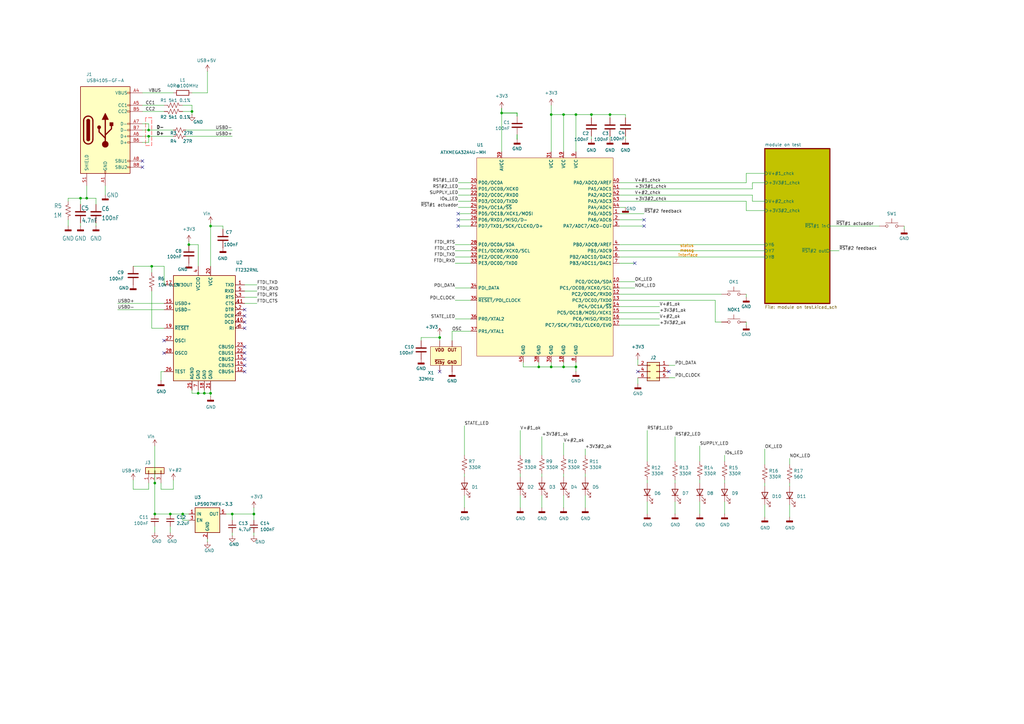
<source format=kicad_sch>
(kicad_sch (version 20250114) (generator "eeschema") (generator_version "9.0")
  (paper "A3")
  (text "status \nmessg \ninterface" (at 282.194 102.87 0) (effects (font (size 1.2 1.2) (thickness 0.1875))))
  (junction (at 205.74 46.355))
  (junction (at 78.74 45.72))
  (junction (at 81.28 161.29))
  (junction (at 33.02 81.28))
  (junction (at 231.14 46.99))
  (junction (at 86.36 92.71))
  (junction (at 231.14 150.495))
  (junction (at 63.5 198.12))
  (junction (at 226.06 150.495))
  (junction (at 226.06 46.99))
  (junction (at 180.34 138.43))
  (junction (at 83.82 161.29))
  (junction (at 62.23 109.22))
  (junction (at 60.96 53.34))
  (junction (at 220.98 150.495))
  (junction (at 236.22 46.99))
  (junction (at 86.36 161.29))
  (junction (at 250.19 46.99))
  (junction (at 74.93 210.82))
  (junction (at 242.57 46.99))
  (junction (at 77.47 100.33))
  (junction (at 95.25 210.82))
  (junction (at 60.96 55.88))
  (junction (at 104.14 210.82))
  (junction (at 63.5 210.82))
  (junction (at 35.56 81.28))
  (junction (at 236.22 150.495))
  (junction (at 69.85 210.82))
  (no_connect (at 100.33 152.4))
  (no_connect (at 100.33 142.24))
  (no_connect (at 100.33 129.54))
  (no_connect (at 180.34 152.4))
  (no_connect (at 100.33 134.62))
  (no_connect (at 264.16 90.17))
  (no_connect (at 187.96 87.63))
  (no_connect (at 67.31 144.78))
  (no_connect (at 100.33 149.86))
  (no_connect (at 264.16 92.71))
  (no_connect (at 58.42 66.04))
  (no_connect (at 100.33 147.32))
  (no_connect (at 274.32 152.4))
  (no_connect (at 261.62 152.4))
  (no_connect (at 67.31 139.7))
  (no_connect (at 187.96 90.17))
  (no_connect (at 100.33 127))
  (no_connect (at 58.42 68.58))
  (no_connect (at 100.33 144.78))
  (no_connect (at 187.96 92.71))
  (no_connect (at 100.33 132.08))
  (no_connect (at 260.35 107.95))
  (wire (pts (xy 71.12 200.66) (xy 66.04 200.66)))
  (wire (pts (xy 323.85 187.96) (xy 323.85 190.5)))
  (wire (pts (xy 69.85 218.44) (xy 69.85 215.9)))
  (wire (pts (xy 60.96 55.88) (xy 60.96 58.42)))
  (wire (pts (xy 60.96 200.66) (xy 60.96 198.12)))
  (wire (pts (xy 323.85 198.12) (xy 323.85 199.39)))
  (wire (pts (xy 78.74 45.72) (xy 78.74 46.99)))
  (wire (pts (xy 306.07 82.55) (xy 306.07 86.36)))
  (wire (pts (xy 261.62 154.94) (xy 261.62 157.48)))
  (wire (pts (xy 83.82 161.29) (xy 86.36 161.29)))
  (wire (pts (xy 214.63 150.495) (xy 220.98 150.495)))
  (wire (pts (xy 231.14 208.28) (xy 231.14 203.2)))
  (wire (pts (xy 81.28 161.29) (xy 83.82 161.29)))
  (wire (pts (xy 222.25 194.31) (xy 222.25 195.58)))
  (wire (pts (xy 250.19 46.99) (xy 242.57 46.99)))
  (wire (pts (xy 226.06 43.18) (xy 226.06 46.99)))
  (wire (pts (xy 63.5 218.44) (xy 63.5 215.9)))
  (wire (pts (xy 66.04 152.4) (xy 67.31 152.4)))
  (wire (pts (xy 58.42 38.1) (xy 71.12 38.1)))
  (wire (pts (xy 370.84 92.71) (xy 370.84 93.98)))
  (wire (pts (xy 226.06 46.99) (xy 226.06 62.23)))
  (wire (pts (xy 71.12 196.85) (xy 71.12 200.66)))
  (wire (pts (xy 340.36 102.87) (xy 344.17 102.87)))
  (wire (pts (xy 254 125.73) (xy 270.51 125.73)))
  (wire (pts (xy 187.96 77.47) (xy 193.04 77.47)))
  (wire (pts (xy 287.02 196.85) (xy 287.02 198.12)))
  (wire (pts (xy 91.44 92.71) (xy 91.44 93.98)))
  (wire (pts (xy 187.96 74.93) (xy 193.04 74.93)))
  (wire (pts (xy 306.07 71.12) (xy 313.69 71.12)))
  (wire (pts (xy 86.36 161.29) (xy 86.36 162.56)))
  (wire (pts (xy 92.71 210.82) (xy 95.25 210.82)))
  (wire (pts (xy 193.04 100.33) (xy 186.69 100.33)))
  (wire (pts (xy 254 82.55) (xy 306.07 82.55)))
  (wire (pts (xy 66.04 200.66) (xy 66.04 198.12)))
  (wire (pts (xy 276.86 210.82) (xy 276.86 205.74)))
  (wire (pts (xy 254 100.33) (xy 313.69 100.33)))
  (wire (pts (xy 81.28 100.33) (xy 81.28 109.22)))
  (wire (pts (xy 250.19 55.88) (xy 250.19 57.15)))
  (wire (pts (xy 287.02 210.82) (xy 287.02 205.74)))
  (wire (pts (xy 76.2 53.34) (xy 95.25 53.34)))
  (wire (pts (xy 76.2 55.88) (xy 95.25 55.88)))
  (wire (pts (xy 254 130.81) (xy 270.51 130.81)))
  (wire (pts (xy 78.74 38.1) (xy 85.09 38.1)))
  (wire (pts (xy 60.96 55.88) (xy 71.12 55.88)))
  (wire (pts (xy 86.36 92.71) (xy 91.44 92.71)))
  (wire (pts (xy 62.23 134.62) (xy 67.31 134.62)))
  (wire (pts (xy 293.37 132.08) (xy 293.37 123.19)))
  (wire (pts (xy 100.33 121.92) (xy 105.41 121.92)))
  (wire (pts (xy 240.03 194.31) (xy 240.03 195.58)))
  (wire (pts (xy 214.63 148.59) (xy 214.63 150.495)))
  (wire (pts (xy 69.85 210.82) (xy 74.93 210.82)))
  (wire (pts (xy 190.5 174.625) (xy 190.5 186.69)))
  (wire (pts (xy 54.61 196.85) (xy 54.61 200.66)))
  (wire (pts (xy 226.06 150.495) (xy 231.14 150.495)))
  (wire (pts (xy 193.04 102.87) (xy 186.69 102.87)))
  (wire (pts (xy 58.42 58.42) (xy 60.96 58.42)))
  (wire (pts (xy 95.25 219.71) (xy 95.25 218.44)))
  (wire (pts (xy 264.16 92.71) (xy 254 92.71)))
  (wire (pts (xy 33.02 81.28) (xy 33.02 83.82)) (stroke (width 0.1524)))
  (wire (pts (xy 231.14 148.59) (xy 231.14 150.495)))
  (wire (pts (xy 62.23 109.22) (xy 67.31 109.22)))
  (wire (pts (xy 54.61 109.22) (xy 62.23 109.22)))
  (wire (pts (xy 236.22 46.99) (xy 231.14 46.99)))
  (wire (pts (xy 242.57 55.88) (xy 242.57 57.15)))
  (wire (pts (xy 180.34 138.43) (xy 172.72 138.43)))
  (wire (pts (xy 213.36 208.28) (xy 213.36 203.2)))
  (wire (pts (xy 187.96 87.63) (xy 193.04 87.63)))
  (wire (pts (xy 256.54 46.99) (xy 250.19 46.99)))
  (wire (pts (xy 78.74 161.29) (xy 81.28 161.29)))
  (wire (pts (xy 193.04 135.89) (xy 185.42 135.89)))
  (wire (pts (xy 254 123.19) (xy 293.37 123.19)))
  (wire (pts (xy 190.5 208.28) (xy 190.5 203.2)))
  (wire (pts (xy 67.31 124.46) (xy 48.26 124.46)))
  (wire (pts (xy 58.42 45.72) (xy 67.31 45.72)))
  (wire (pts (xy 231.14 181.61) (xy 231.14 186.69)))
  (wire (pts (xy 58.42 53.34) (xy 60.96 53.34)))
  (wire (pts (xy 306.07 71.12) (xy 306.07 74.93)))
  (wire (pts (xy 33.02 81.28) (xy 35.56 81.28)) (stroke (width 0.1524)))
  (wire (pts (xy 297.18 186.69) (xy 297.18 189.23)))
  (wire (pts (xy 265.43 210.82) (xy 265.43 205.74)))
  (wire (pts (xy 58.42 50.8) (xy 60.96 50.8)))
  (wire (pts (xy 74.93 45.72) (xy 78.74 45.72)))
  (wire (pts (xy 83.82 160.02) (xy 83.82 161.29)))
  (wire (pts (xy 67.31 116.84) (xy 67.31 109.22)))
  (wire (pts (xy 60.96 53.34) (xy 71.12 53.34)))
  (wire (pts (xy 276.86 149.86) (xy 274.32 149.86)))
  (wire (pts (xy 95.25 213.36) (xy 95.25 210.82)))
  (wire (pts (xy 74.93 210.82) (xy 77.47 210.82)))
  (wire (pts (xy 276.86 154.94) (xy 274.32 154.94)))
  (wire (pts (xy 231.14 46.99) (xy 231.14 62.23)))
  (wire (pts (xy 240.03 184.15) (xy 240.03 186.69)))
  (wire (pts (xy 254 120.65) (xy 295.91 120.65)))
  (wire (pts (xy 85.09 29.21) (xy 85.09 38.1)))
  (wire (pts (xy 78.74 160.02) (xy 78.74 161.29)))
  (wire (pts (xy 180.34 137.16) (xy 180.34 138.43)))
  (wire (pts (xy 62.23 119.38) (xy 62.23 134.62)))
  (wire (pts (xy 220.98 150.495) (xy 226.06 150.495)))
  (wire (pts (xy 43.18 76.2) (xy 43.18 80.01)))
  (wire (pts (xy 265.43 176.53) (xy 265.43 189.23)))
  (wire (pts (xy 27.94 81.28) (xy 33.02 81.28)) (stroke (width 0.1524)))
  (wire (pts (xy 265.43 196.85) (xy 265.43 198.12)))
  (wire (pts (xy 264.16 87.63) (xy 254 87.63)))
  (wire (pts (xy 85.09 222.25) (xy 85.09 220.98)))
  (wire (pts (xy 256.54 85.09) (xy 254 85.09)))
  (wire (pts (xy 193.04 105.41) (xy 186.69 105.41)))
  (wire (pts (xy 264.16 90.17) (xy 254 90.17)))
  (wire (pts (xy 100.33 119.38) (xy 105.41 119.38)))
  (wire (pts (xy 308.61 82.55) (xy 308.61 80.01)))
  (wire (pts (xy 81.28 160.02) (xy 81.28 161.29)))
  (wire (pts (xy 260.35 118.11) (xy 254 118.11)))
  (wire (pts (xy 104.14 219.71) (xy 104.14 218.44)))
  (wire (pts (xy 213.36 194.31) (xy 213.36 195.58)))
  (wire (pts (xy 308.61 82.55) (xy 313.69 82.55)))
  (wire (pts (xy 74.93 213.36) (xy 74.93 210.82)))
  (wire (pts (xy 104.14 210.82) (xy 104.14 213.36)))
  (wire (pts (xy 220.98 148.59) (xy 220.98 150.495)))
  (wire (pts (xy 222.25 179.07) (xy 222.25 186.69)))
  (wire (pts (xy 340.36 92.71) (xy 360.68 92.71)))
  (wire (pts (xy 226.06 148.59) (xy 226.06 150.495)))
  (wire (pts (xy 33.02 92.71) (xy 33.02 91.44)) (stroke (width 0.1524)))
  (wire (pts (xy 254 77.47) (xy 308.61 77.47)))
  (wire (pts (xy 236.22 46.99) (xy 236.22 62.23)))
  (wire (pts (xy 254 74.93) (xy 306.07 74.93)))
  (wire (pts (xy 100.33 116.84) (xy 105.41 116.84)))
  (wire (pts (xy 78.74 43.18) (xy 78.74 45.72)))
  (wire (pts (xy 193.04 107.95) (xy 186.69 107.95)))
  (wire (pts (xy 86.36 91.44) (xy 86.36 92.71)))
  (wire (pts (xy 205.74 44.45) (xy 205.74 46.355)) (stroke (width 0.254)))
  (wire (pts (xy 313.69 198.12) (xy 313.69 199.39)))
  (wire (pts (xy 254 80.01) (xy 308.61 80.01)))
  (wire (pts (xy 295.91 132.08) (xy 293.37 132.08)))
  (wire (pts (xy 27.94 90.17) (xy 27.94 92.71)) (stroke (width 0.1524)))
  (wire (pts (xy 242.57 46.99) (xy 236.22 46.99)))
  (wire (pts (xy 213.36 176.53) (xy 213.36 186.69)))
  (wire (pts (xy 236.22 148.59) (xy 236.22 150.495)))
  (wire (pts (xy 104.14 208.28) (xy 104.14 210.82)))
  (wire (pts (xy 287.02 182.88) (xy 287.02 189.23)))
  (wire (pts (xy 63.5 198.12) (xy 63.5 210.82)))
  (wire (pts (xy 306.07 132.08) (xy 306.07 133.35)))
  (wire (pts (xy 63.5 182.88) (xy 63.5 198.12)))
  (wire (pts (xy 254 133.35) (xy 270.51 133.35)))
  (wire (pts (xy 261.62 147.32) (xy 261.62 149.86)))
  (wire (pts (xy 180.34 138.43) (xy 180.34 139.7)))
  (wire (pts (xy 254 105.41) (xy 313.69 105.41)))
  (wire (pts (xy 313.69 212.09) (xy 313.69 207.01)))
  (wire (pts (xy 77.47 99.06) (xy 77.47 100.33)))
  (wire (pts (xy 60.96 50.8) (xy 60.96 53.34)))
  (wire (pts (xy 54.61 200.66) (xy 60.96 200.66)))
  (wire (pts (xy 231.14 150.495) (xy 236.22 150.495)))
  (wire (pts (xy 185.42 135.89) (xy 185.42 139.7)))
  (wire (pts (xy 306.07 86.36) (xy 313.69 86.36)))
  (wire (pts (xy 205.74 46.355) (xy 205.74 62.23)))
  (wire (pts (xy 308.61 74.93) (xy 313.69 74.93)))
  (wire (pts (xy 58.42 55.88) (xy 60.96 55.88)))
  (wire (pts (xy 100.33 124.46) (xy 105.41 124.46)))
  (wire (pts (xy 254 128.27) (xy 270.51 128.27)))
  (wire (pts (xy 86.36 160.02) (xy 86.36 161.29)))
  (wire (pts (xy 187.96 85.09) (xy 193.04 85.09)))
  (wire (pts (xy 306.07 120.65) (xy 306.07 121.92)))
  (wire (pts (xy 77.47 213.36) (xy 74.93 213.36)))
  (wire (pts (xy 323.85 212.09) (xy 323.85 207.01)))
  (wire (pts (xy 250.19 46.99) (xy 250.19 48.26)))
  (wire (pts (xy 78.74 43.18) (xy 74.93 43.18)))
  (wire (pts (xy 66.04 156.21) (xy 66.04 152.4)))
  (wire (pts (xy 35.56 81.28) (xy 39.37 81.28)) (stroke (width 0.1524)))
  (wire (pts (xy 187.96 80.01) (xy 193.04 80.01)))
  (wire (pts (xy 276.86 196.85) (xy 276.86 198.12)))
  (wire (pts (xy 212.09 46.355) (xy 212.09 47.625)) (stroke (width 0.254)))
  (wire (pts (xy 212.09 55.245) (xy 212.09 57.15)) (stroke (width 0.254)))
  (wire (pts (xy 187.96 92.71) (xy 193.04 92.71)))
  (wire (pts (xy 39.37 91.44) (xy 39.37 92.71)))
  (wire (pts (xy 240.03 208.28) (xy 240.03 203.2)))
  (wire (pts (xy 193.04 118.11) (xy 186.69 118.11)))
  (wire (pts (xy 254 102.87) (xy 313.69 102.87)))
  (wire (pts (xy 236.22 150.495) (xy 236.22 152.4)))
  (wire (pts (xy 95.25 210.82) (xy 104.14 210.82)))
  (wire (pts (xy 62.23 109.22) (xy 62.23 111.76)))
  (wire (pts (xy 256.54 46.99) (xy 256.54 48.26)))
  (wire (pts (xy 172.72 138.43) (xy 172.72 139.7)))
  (wire (pts (xy 67.31 127) (xy 48.26 127)))
  (wire (pts (xy 187.96 82.55) (xy 193.04 82.55)))
  (wire (pts (xy 297.18 210.82) (xy 297.18 205.74)))
  (wire (pts (xy 39.37 81.28) (xy 39.37 83.82)) (stroke (width 0.1524)))
  (wire (pts (xy 313.69 184.15) (xy 313.69 190.5)))
  (wire (pts (xy 86.36 92.71) (xy 86.36 109.22)))
  (wire (pts (xy 58.42 43.18) (xy 67.31 43.18)))
  (wire (pts (xy 222.25 208.28) (xy 222.25 203.2)))
  (wire (pts (xy 212.09 46.355) (xy 205.74 46.355)) (stroke (width 0.254)))
  (wire (pts (xy 193.04 123.19) (xy 186.69 123.19)))
  (wire (pts (xy 35.56 76.2) (xy 35.56 81.28)))
  (wire (pts (xy 190.5 194.31) (xy 190.5 195.58)))
  (wire (pts (xy 231.14 194.31) (xy 231.14 195.58)))
  (wire (pts (xy 260.35 115.57) (xy 254 115.57)))
  (wire (pts (xy 231.14 46.99) (xy 226.06 46.99)))
  (wire (pts (xy 297.18 196.85) (xy 297.18 198.12)))
  (wire (pts (xy 77.47 100.33) (xy 81.28 100.33)))
  (wire (pts (xy 27.94 81.28) (xy 27.94 82.55)) (stroke (width 0.1524)))
  (wire (pts (xy 186.69 130.81) (xy 193.04 130.81)))
  (wire (pts (xy 260.35 107.95) (xy 254 107.95)))
  (wire (pts (xy 308.61 74.93) (xy 308.61 77.47)))
  (wire (pts (xy 242.57 46.99) (xy 242.57 48.26)))
  (wire (pts (xy 256.54 55.88) (xy 256.54 57.15)))
  (wire (pts (xy 276.86 179.07) (xy 276.86 189.23)))
  (wire (pts (xy 187.96 90.17) (xy 193.04 90.17)))
  (wire (pts (xy 63.5 210.82) (xy 69.85 210.82)))
  (label "PDI_DATA" (at 186.69 118.11 180))
  (label "~{RST}#2 feedback" (at 264.16 87.63 0))
  (label "+3V3#1_ok" (at 270.51 128.27 0))
  (label "CC2" (at 59.69 45.72 0))
  (label "D+" (at 67.31 55.88 180) (effects (font (thickness 0.254) (bold yes))))
  (label "D-" (at 67.31 53.34 180) (effects (font (thickness 0.254) (bold yes))))
  (label "FTDI_RXD" (at 186.69 107.95 180))
  (label "FTDI_TXD" (at 186.69 105.41 180))
  (label "RST#1_LED" (at 187.96 74.93 180))
  (label "USBD+" (at 95.25 55.88 180))
  (label "~{RST}#1 actuador" (at 342.9 92.71 0))
  (label "FTDI_CTS" (at 105.41 124.46 0))
  (label "PDI_DATA" (at 276.86 149.86 0))
  (label "V+#1_ok" (at 270.51 125.73 0))
  (label "+3V3#2_ok" (at 240.03 184.15 0))
  (label "RST#2_LED" (at 187.96 77.47 180))
  (label "IOs_LED" (at 297.18 186.69 0))
  (label "V+#2_ok" (at 270.51 130.81 0))
  (label "+3V3#2_chck" (at 260.35 82.55 0))
  (label "IOs_LED" (at 187.96 82.55 180))
  (label "V+#1_ok" (at 213.36 176.53 0))
  (label "FTDI_TXD" (at 105.41 116.84 0))
  (label "OK_LED" (at 260.35 115.57 0))
  (label "SUPPLY_LED" (at 287.02 182.88 0))
  (label "V+#2_ok" (at 231.14 181.61 0))
  (label "~{RST}#1 actuador" (at 187.96 85.09 180))
  (label "V+#1_chck" (at 260.35 74.93 0))
  (label "VBUS" (at 60.96 38.1 0))
  (label "RST#1_LED" (at 265.43 176.53 0))
  (label "+3V3#1_chck" (at 260.35 77.47 0))
  (label "+3V3#1_ok" (at 222.25 179.07 0))
  (label "FTDI_RTS" (at 186.69 100.33 180))
  (label "CC1" (at 59.69 43.18 0))
  (label "FTDI_RTS" (at 105.41 121.92 0))
  (label "OSC" (at 185.42 135.89 0))
  (label "FTDI_RXD" (at 105.41 119.38 0))
  (label "NOK_LED" (at 323.85 187.96 0))
  (label "PDI_CLOCK" (at 186.69 123.19 180))
  (label "USBD-" (at 95.25 53.34 180))
  (label "USBD-" (at 48.26 127 0))
  (label "USBD+" (at 48.26 124.46 0))
  (label "+3V3#2_ok" (at 270.51 133.35 0))
  (label "SUPPLY_LED" (at 187.96 80.01 180))
  (label "FTDI_CTS" (at 186.69 102.87 180))
  (label "~{RST}#2 feedback" (at 344.17 102.87 0))
  (label "STATE_LED" (at 190.5 174.625 0))
  (label "V+#2_chck" (at 260.35 80.01 0))
  (label "PDI_CLOCK" (at 276.86 154.94 0))
  (label "RST#2_LED" (at 276.86 179.07 0))
  (label "STATE_LED" (at 186.69 130.81 180))
  (label "NOK_LED" (at 260.35 118.11 0))
  (label "OK_LED" (at 313.69 184.15 0))
  (rule_area (polyline (pts (xy 59.69 48.26) (xy 59.69 59.69) (xy 62.23 59.69) (xy 62.23 48.26)) (stroke (width 0) (type dash))))
  (symbol (lib_id "Device:R_US") (at 297.18 193.04 180) (unit 1)
    (property "Reference" "R15" (at 298.831 191.8278 0) (effects (justify right)))
    (property "Value" "330R" (at 298.831 194.2521 0) (effects (justify right)))
    (property "Footprint" "Resistor_SMD:R_0402_1005Metric" (effects (hide yes)))
    (property "Description" "Resistor, small US symbol" (effects (hide yes)))
    (property "MPN" "CRCW0402330RFKEDHP" (effects (hide yes)))
    (property "OEPSPN" "OEPS020191" (effects (hide yes)))
  )
  (symbol (lib_id "Device:C") (at 77.47 104.14 0) (mirror y) (unit 1)
    (property "Reference" "C8" (at 74.549 102.9716 0) (effects (justify left)))
    (property "Value" "100nF" (at 74.549 105.283 0) (effects (justify left)))
    (property "Footprint" "Capacitor_SMD:C_0402_1005Metric" (effects (hide yes)))
    (property "Description" "SMD CER 0402 100nF 50V ±10% X7R" (effects (hide yes)))
    (property "MPN" "CGA2B3X7R1H104K050BB" (effects (hide yes)))
    (property "OEPSPN" "OEPS010016" (effects (hide yes)))
  )
  (symbol (lib_id "Switch:SW_Push") (at 300.99 120.65 0) (unit 1)
    (property "Reference" "OK1" (at 300.99 115.57 0))
    (property "Value" "SW_SPST" (effects (hide yes)))
    (property "Footprint" "Button_Switch_SMD:SW_SPST_TL3305B" (effects (hide yes)))
    (property "Description" "Push button switch" (effects (hide yes)))
    (property "MPN" "TL3305BF260QG" (effects (hide yes)))
    (property "OEPSPN" "OEPS100061" (effects (hide yes)))
  )
  (symbol (lib_id "power:+3V3") (at 205.74 44.45 0) (mirror y) (unit 1)
    (property "Reference" "#PWR03" (effects (hide yes)))
    (property "Value" "+3V3" (at 205.74 39.37 0))
    (property "Description" "Power symbol creates a global label with name \"+3V3\"" (effects (hide yes)))
  )
  (symbol (lib_id "Device:C_Small") (at 63.5 213.36 0) (unit 1)
    (property "Reference" "C11" (at 60.96 212.0962 0) (effects (justify right)))
    (property "Value" "100nF" (at 60.96 214.6362 0) (effects (justify right)))
    (property "Footprint" "Capacitor_SMD:C_0402_1005Metric" (effects (hide yes)))
    (property "Description" "SMD CER 0402 100nF 50V ±10% X7R" (effects (hide yes)))
    (property "MPN" "CGA2B3X7R1H104K050BB" (effects (hide yes)))
    (property "OEPSPN" "OEPS010016" (effects (hide yes)))
  )
  (symbol (lib_id "power:GNDD") (at 185.42 152.4 0) (mirror y) (unit 1)
    (property "Reference" "#PWR019" (effects (hide yes)))
    (property "Value" "GND" (at 185.42 156.21 0))
    (property "Description" "Power symbol creates a global label with name \"GNDD\" , digital ground" (effects (hide yes)))
  )
  (symbol (lib_id "power:GND") (at 69.85 218.44 0) (unit 1)
    (property "Reference" "#PWR040" (effects (hide yes)))
    (property "Value" "GND" (at 70.612 221.996 0))
    (property "Description" "Power symbol creates a global label with name \"GND\" , ground" (effects (hide yes)))
  )
  (symbol (lib_id "power:GNDD") (at 242.57 57.15 0) (mirror y) (unit 1)
    (property "Reference" "#PWR06" (effects (hide yes)))
    (property "Value" "GND" (at 242.57 61.595 0))
    (property "Description" "Power symbol creates a global label with name \"GNDD\" , digital ground" (effects (hide yes)))
  )
  (symbol (lib_id "power:GNDD") (at 297.18 210.82 0) (unit 1)
    (property "Reference" "#PWR036" (effects (hide yes)))
    (property "Value" "GND" (at 297.307 215.2142 0))
    (property "Description" "Power symbol creates a global label with name \"GNDD\" , digital ground" (effects (hide yes)))
  )
  (symbol (lib_id "power:GNDD") (at 370.84 93.98 0) (mirror y) (unit 1)
    (property "Reference" "#PWR011" (effects (hide yes)))
    (property "Value" "GND" (at 370.84 97.79 0))
    (property "Description" "Power symbol creates a global label with name \"GNDD\" , digital ground" (effects (hide yes)))
  )
  (symbol (lib_id "Device:C_Small") (at 69.85 213.36 0) (unit 1)
    (property "Reference" "C12" (at 72.39 212.0962 0) (effects (justify left)))
    (property "Value" "2.2uF" (at 72.39 214.6362 0) (effects (justify left)))
    (property "Footprint" "Capacitor_SMD:C_0603_1608Metric" (effects (hide yes)))
    (property "Description" "Unpolarized capacitor, small symbol" (effects (hide yes)))
    (property "MPN" "GRM188R61E225KA12D" (effects (hide yes)))
    (property "OEPSPN" "OEPS010075" (effects (hide yes)))
  )
  (symbol (lib_id "power:+3V3") (at 104.14 208.28 0) (unit 1)
    (property "Reference" "#PWR027" (effects (hide yes)))
    (property "Value" "+3V3" (at 105.156 203.708 0))
    (property "Description" "Power symbol creates a global label with name \"+3V3\"" (effects (hide yes)))
  )
  (symbol (lib_id "Device:LED") (at 222.25 199.39 90) (unit 1)
    (property "Reference" "D3" (at 225.171 199.7653 90) (effects (justify right)))
    (property "Value" "Green LED" (effects (hide yes)))
    (property "Footprint" "LED_SMD:LED_0603_1608Metric" (effects (hide yes)))
    (property "Description" "LED 0603 Green 571nm 20mA" (effects (hide yes)))
    (property "MPN" "LTST-C191KGKT" (effects (hide yes)))
    (property "OEPSPN" "OEPS030005 " (effects (hide yes)))
  )
  (symbol (lib_id "Device:C") (at 33.02 87.63 0) (mirror y) (unit 1)
    (property "Reference" "C5" (at 33.274 85.344 0) (effects (font (size 1.778 1.5113)) (justify right)))
    (property "Value" "4.7nF" (at 33.528 90.424 0) (effects (font (size 1.778 1.5113)) (justify right)))
    (property "Footprint" "Capacitor_SMD:C_0402_1005Metric" (effects (hide yes)))
    (property "Description" "Unpolarized capacitor, small symbol" (effects (hide yes)))
    (property "MPN" "885012205084" (effects (hide yes)))
    (property "OEPSPN" "OEPS010017" (effects (hide yes)))
  )
  (symbol (lib_id "power:GNDD") (at 27.94 92.71 0) (mirror y) (unit 1)
    (property "Reference" "#GND02" (effects (hide yes)))
    (property "Value" "GND" (at 27.94 97.79 0) (effects (font (size 1.778 1.5113))))
  )
  (symbol (lib_id "Device:C_Small") (at 104.14 215.9 0) (mirror y) (unit 1)
    (property "Reference" "C14" (at 106.68 214.6362 0) (effects (justify right)))
    (property "Value" "100nF" (at 106.68 217.1762 0) (effects (justify right)))
    (property "Footprint" "Capacitor_SMD:C_0402_1005Metric" (effects (hide yes)))
    (property "Description" "SMD CER 0402 100nF 50V ±10% X7R" (effects (hide yes)))
    (property "MPN" "CGA2B3X7R1H104K050BB" (effects (hide yes)))
    (property "OEPSPN" "OEPS010016" (effects (hide yes)))
  )
  (symbol (lib_id "PyBoardTester:ATXMEGA32A4U") (at 228.6 113.03 0) (mirror y) (unit 1)
    (property "Reference" "U1" (at 195.58 59.436 0) (effects (justify right)))
    (property "Value" "ATXMEGA32A4U-MH" (at 180.594 62.484 0) (effects (justify right)))
    (property "Footprint" "Package_DFN_QFN:QFN-44-1EP_7x7mm_P0.5mm_EP5.2x5.2mm" (effects (hide yes)))
    (property "Description" "MCU ATXMEGA A4U 8bits 32KB" (effects (hide yes)))
    (property "MPN" "ATXMEGA32A4U-MHR" (effects (hide yes)))
    (property "OEPSPN" "OEPS080116" (effects (hide yes)))
  )
  (symbol (lib_id "power:GNDD") (at 66.04 156.21 0) (unit 1)
    (property "Reference" "#PWR021" (effects (hide yes)))
    (property "Value" "GND" (at 66.167 160.6042 0))
    (property "Description" "Power symbol creates a global label with name \"GNDD\" , digital ground" (effects (hide yes)))
  )
  (symbol (lib_id "power:+5V") (at 63.5 182.88 0) (mirror y) (unit 1)
    (property "Reference" "#PWR024" (effects (hide yes)))
    (property "Value" "Vin" (at 61.976 179.07 0))
    (property "Description" "Power symbol creates a global label with name \"+5V\"" (effects (hide yes)))
  )
  (symbol (lib_id "Device:LED") (at 287.02 201.93 90) (unit 1)
    (property "Reference" "D8" (at 289.941 202.3053 90) (effects (justify right)))
    (property "Value" "Green LED" (effects (hide yes)))
    (property "Footprint" "LED_SMD:LED_0603_1608Metric" (effects (hide yes)))
    (property "Description" "LED 0603 Green 571nm 20mA" (effects (hide yes)))
    (property "MPN" "LTST-C191KGKT" (effects (hide yes)))
    (property "OEPSPN" "OEPS030005 " (effects (hide yes)))
  )
  (symbol (lib_id "PyBoardTester:OSCILLATOR") (at 182.88 144.78 0) (mirror y) (unit 1)
    (property "Reference" "X1" (at 178.054 152.908 0) (effects (justify left)))
    (property "Value" "32MHz" (at 178.054 155.448 0) (effects (justify left)))
    (property "Footprint" "PyBoardTester FootprintLib:OSC" (effects (hide yes)))
    (property "Description" "OSC 32MHz 10ppm" (effects (hide yes)))
    (property "MPN" "DSC1001CI5-032.0000" (effects (hide yes)))
    (property "OEPSPN" "OEPS080018" (effects (hide yes)))
  )
  (symbol (lib_id "Device:R_US") (at 276.86 193.04 180) (unit 1)
    (property "Reference" "R13" (at 278.511 191.8278 0) (effects (justify right)))
    (property "Value" "330R" (at 278.511 194.2521 0) (effects (justify right)))
    (property "Footprint" "Resistor_SMD:R_0402_1005Metric" (effects (hide yes)))
    (property "Description" "Resistor, small US symbol" (effects (hide yes)))
    (property "MPN" "CRCW0402330RFKEDHP" (effects (hide yes)))
    (property "OEPSPN" "OEPS020191" (effects (hide yes)))
  )
  (symbol (lib_id "Device:R_Small_US") (at 73.66 53.34 270) (unit 1)
    (property "Reference" "R3" (at 71.12 54.61 90))
    (property "Value" "27R" (at 77.216 54.61 90))
    (property "Footprint" "Resistor_SMD:R_0402_1005Metric" (effects (hide yes)))
    (property "Description" "Resistor, small US symbol" (effects (hide yes)))
    (property "MPN" "RMCF0402FT27R0" (effects (hide yes)))
    (property "OEPSPN" "OEPS020170" (effects (hide yes)))
  )
  (symbol (lib_id "power:GNDD") (at 306.07 133.35 0) (mirror y) (unit 1)
    (property "Reference" "#PWR087" (effects (hide yes)))
    (property "Value" "GND" (at 306.07 137.16 0))
    (property "Description" "Power symbol creates a global label with name \"GNDD\" , digital ground" (effects (hide yes)))
  )
  (symbol (lib_id "Device:C_Small") (at 95.25 215.9 0) (unit 1)
    (property "Reference" "C13" (at 97.79 214.6362 0) (effects (justify left)))
    (property "Value" "4.7uF" (at 97.79 217.1762 0) (effects (justify left)))
    (property "Footprint" "Capacitor_SMD:C_0603_1608Metric" (effects (hide yes)))
    (property "Description" "Unpolarized capacitor, small symbol" (effects (hide yes)))
    (property "MPN" "C1608X6S1C475K080AC" (effects (hide yes)))
    (property "OEPSPN" "OEPS010018" (effects (hide yes)))
  )
  (symbol (lib_id "Device:R_US") (at 287.02 193.04 180) (unit 1)
    (property "Reference" "R14" (at 288.671 191.8278 0) (effects (justify right)))
    (property "Value" "330R" (at 288.671 194.2521 0) (effects (justify right)))
    (property "Footprint" "Resistor_SMD:R_0402_1005Metric" (effects (hide yes)))
    (property "Description" "Resistor, small US symbol" (effects (hide yes)))
    (property "MPN" "CRCW0402330RFKEDHP" (effects (hide yes)))
    (property "OEPSPN" "OEPS020191" (effects (hide yes)))
  )
  (symbol (lib_id "Switch:SW_Push") (at 365.76 92.71 0) (unit 1)
    (property "Reference" "SW1" (at 365.76 87.63 0))
    (property "Value" "SW_SPST" (effects (hide yes)))
    (property "Footprint" "Button_Switch_SMD:SW_SPST_TL3305B" (effects (hide yes)))
    (property "Description" "Push button switch" (effects (hide yes)))
    (property "MPN" "TL3305BF260QG" (effects (hide yes)))
    (property "OEPSPN" "OEPS100061" (effects (hide yes)))
  )
  (symbol (lib_id "power:GND") (at 78.74 46.99 0) (mirror y) (unit 1)
    (property "Reference" "#PWR04" (effects (hide yes)))
    (property "Value" "GND" (at 81.28 50.038 0))
    (property "Description" "Power symbol creates a global label with name \"GND\" , ground" (effects (hide yes)))
  )
  (symbol (lib_id "Device:LED") (at 213.36 199.39 90) (unit 1)
    (property "Reference" "D2" (at 216.281 199.7653 90) (effects (justify right)))
    (property "Value" "Green LED" (effects (hide yes)))
    (property "Footprint" "LED_SMD:LED_0603_1608Metric" (effects (hide yes)))
    (property "Description" "LED 0603 Green 571nm 20mA" (effects (hide yes)))
    (property "MPN" "LTST-C191KGKT" (effects (hide yes)))
    (property "OEPSPN" "OEPS030005 " (effects (hide yes)))
  )
  (symbol (lib_id "power:GNDD") (at 91.44 101.6 0) (mirror y) (unit 1)
    (property "Reference" "#PWR013" (effects (hide yes)))
    (property "Value" "GND" (at 91.313 105.9942 0))
    (property "Description" "Power symbol creates a global label with name \"GNDD\" , digital ground" (effects (hide yes)))
  )
  (symbol (lib_id "power:+5V") (at 86.36 91.44 0) (mirror y) (unit 1)
    (property "Reference" "#PWR010" (effects (hide yes)))
    (property "Value" "Vin" (at 84.836 87.63 0))
    (property "Description" "Power symbol creates a global label with name \"+5V\"" (effects (hide yes)))
  )
  (symbol (lib_id "power:+5V") (at 71.12 196.85 0) (mirror y) (unit 1)
    (property "Reference" "#PWR026" (effects (hide yes)))
    (property "Value" "V+#2" (at 71.882 192.786 0))
    (property "Description" "Power symbol creates a global label with name \"+5V\"" (effects (hide yes)))
  )
  (symbol (lib_id "power:+3V3") (at 226.06 43.18 0) (mirror y) (unit 1)
    (property "Reference" "#PWR02" (effects (hide yes)))
    (property "Value" "+3V3" (at 226.06 38.1 0))
    (property "Description" "Power symbol creates a global label with name \"+3V3\"" (effects (hide yes)))
  )
  (symbol (lib_id "Device:C") (at 172.72 143.51 0) (mirror y) (unit 1)
    (property "Reference" "C10" (at 169.799 142.2978 0) (effects (justify left)))
    (property "Value" "100nF" (at 169.799 144.7221 0) (effects (justify left)))
    (property "Footprint" "Capacitor_SMD:C_0402_1005Metric" (effects (hide yes)))
    (property "Description" "SMD CER 0402 100nF 50V ±10% X7R" (effects (hide yes)))
    (property "MPN" "CGA2B3X7R1H104K050BB" (effects (hide yes)))
    (property "OEPSPN" "OEPS010016" (effects (hide yes)))
  )
  (symbol (lib_id "Device:LED") (at 265.43 201.93 90) (unit 1)
    (property "Reference" "D6" (at 268.351 202.3053 90) (effects (justify right)))
    (property "Value" "Green LED" (effects (hide yes)))
    (property "Footprint" "LED_SMD:LED_0603_1608Metric" (effects (hide yes)))
    (property "Description" "LED 0603 Green 571nm 20mA" (effects (hide yes)))
    (property "MPN" "LTST-C191KGKT" (effects (hide yes)))
    (property "OEPSPN" "OEPS030005 " (effects (hide yes)))
  )
  (symbol (lib_id "Device:C") (at 212.09 51.435 0) (mirror y) (unit 1)
    (property "Reference" "C1" (at 209.169 50.2228 0) (effects (justify left)))
    (property "Value" "100nF" (at 209.169 52.6471 0) (effects (justify left)))
    (property "Footprint" "Capacitor_SMD:C_0402_1005Metric" (effects (hide yes)))
    (property "Description" "SMD CER 0402 100nF 50V ±10% X7R" (effects (hide yes)))
    (property "MPN" "CGA2B3X7R1H104K050BB" (effects (hide yes)))
    (property "OEPSPN" "OEPS010016" (effects (hide yes)))
  )
  (symbol (lib_id "Device:C") (at 91.44 97.79 0) (mirror y) (unit 1)
    (property "Reference" "C7" (at 95.25 95.25 0) (effects (justify left)))
    (property "Value" "100nF" (at 97.79 100.33 0) (effects (justify left)))
    (property "Footprint" "Capacitor_SMD:C_0402_1005Metric" (effects (hide yes)))
    (property "Description" "SMD CER 0402 100nF 50V ±10% X7R" (effects (hide yes)))
    (property "MPN" "CGA2B3X7R1H104K050BB" (effects (hide yes)))
    (property "OEPSPN" "OEPS010016" (effects (hide yes)))
  )
  (symbol (lib_id "power:GNDD") (at 39.37 92.71 0) (mirror y) (unit 1)
    (property "Reference" "#GND04" (effects (hide yes)))
    (property "Value" "GND" (at 39.37 97.79 0) (effects (font (size 1.778 1.5113))))
  )
  (symbol (lib_id "power:GNDD") (at 276.86 210.82 0) (unit 1)
    (property "Reference" "#PWR034" (effects (hide yes)))
    (property "Value" "GND" (at 276.987 215.2142 0))
    (property "Description" "Power symbol creates a global label with name \"GNDD\" , digital ground" (effects (hide yes)))
  )
  (symbol (lib_id "Device:R_US") (at 231.14 190.5 180) (unit 1)
    (property "Reference" "R10" (at 232.791 189.2878 0) (effects (justify right)))
    (property "Value" "330R" (at 232.791 191.7121 0) (effects (justify right)))
    (property "Footprint" "Resistor_SMD:R_0402_1005Metric" (effects (hide yes)))
    (property "Description" "Resistor, small US symbol" (effects (hide yes)))
    (property "MPN" "CRCW0402330RFKEDHP" (effects (hide yes)))
    (property "OEPSPN" "OEPS020191" (effects (hide yes)))
  )
  (symbol (lib_id "Device:LED") (at 190.5 199.39 90) (unit 1)
    (property "Reference" "D1" (at 193.421 199.7653 90) (effects (justify right)))
    (property "Value" "Green LED" (effects (hide yes)))
    (property "Footprint" "LED_SMD:LED_0603_1608Metric" (effects (hide yes)))
    (property "Description" "LED 0603 Green 571nm 20mA" (effects (hide yes)))
    (property "MPN" "LTST-C191KGKT" (effects (hide yes)))
    (property "OEPSPN" "OEPS030005 " (effects (hide yes)))
  )
  (symbol (lib_id "power:GND") (at 95.25 219.71 0) (unit 1)
    (property "Reference" "#PWR041" (effects (hide yes)))
    (property "Value" "GND" (at 96.012 223.266 0))
    (property "Description" "Power symbol creates a global label with name \"GND\" , ground" (effects (hide yes)))
  )
  (symbol (lib_id "power:+3V3") (at 180.34 137.16 0) (mirror y) (unit 1)
    (property "Reference" "#PWR016" (effects (hide yes)))
    (property "Value" "+3V3" (at 177.038 134.112 0))
    (property "Description" "Power symbol creates a global label with name \"+3V3\"" (effects (hide yes)))
  )
  (symbol (lib_id "power:GNDD") (at 250.19 57.15 0) (mirror y) (unit 1)
    (property "Reference" "#PWR07" (effects (hide yes)))
    (property "Value" "GND" (at 250.19 61.595 0))
    (property "Description" "Power symbol creates a global label with name \"GNDD\" , digital ground" (effects (hide yes)))
  )
  (symbol (lib_id "power:GNDD") (at 231.14 208.28 0) (unit 1)
    (property "Reference" "#PWR031" (effects (hide yes)))
    (property "Value" "GND" (at 231.267 212.6742 0))
    (property "Description" "Power symbol creates a global label with name \"GNDD\" , digital ground" (effects (hide yes)))
  )
  (symbol (lib_id "power:+5V") (at 85.09 29.21 0) (mirror y) (unit 1)
    (property "Reference" "#PWR01" (effects (hide yes)))
    (property "Value" "USB+5V" (at 84.709 24.8158 0))
    (property "Description" "Power symbol creates a global label with name \"+5V\"" (effects (hide yes)))
  )
  (symbol (lib_id "power:GNDD") (at 256.54 85.09 0) (mirror y) (unit 1)
    (property "Reference" "#PWR09" (effects (hide yes)))
    (property "Value" "GND" (at 258.826 85.598 0))
    (property "Description" "Power symbol creates a global label with name \"GNDD\" , digital ground" (effects (hide yes)))
  )
  (symbol (lib_id "Device:C") (at 256.54 52.07 0) (unit 1)
    (property "Reference" "C4" (at 256.286 54.4717 0) (effects (justify right)))
    (property "Value" "100nF" (at 256.286 56.896 0) (effects (justify right)))
    (property "Footprint" "Capacitor_SMD:C_0402_1005Metric" (effects (hide yes)))
    (property "Description" "SMD CER 0402 100nF 50V ±10% X7R" (effects (hide yes)))
    (property "MPN" "CGA2B3X7R1H104K050BB" (effects (hide yes)))
    (property "OEPSPN" "OEPS010016" (effects (hide yes)))
  )
  (symbol (lib_id "power:GNDD") (at 287.02 210.82 0) (unit 1)
    (property "Reference" "#PWR035" (effects (hide yes)))
    (property "Value" "GND" (at 287.147 215.2142 0))
    (property "Description" "Power symbol creates a global label with name \"GNDD\" , digital ground" (effects (hide yes)))
  )
  (symbol (lib_id "power:GNDD") (at 240.03 208.28 0) (unit 1)
    (property "Reference" "#PWR032" (effects (hide yes)))
    (property "Value" "GND" (at 240.157 212.6742 0))
    (property "Description" "Power symbol creates a global label with name \"GNDD\" , digital ground" (effects (hide yes)))
  )
  (symbol (lib_id "power:GNDD") (at 236.22 152.4 0) (mirror y) (unit 1)
    (property "Reference" "#PWR020" (effects (hide yes)))
    (property "Value" "GND" (at 236.22 156.21 0))
    (property "Description" "Power symbol creates a global label with name \"GNDD\" , digital ground" (effects (hide yes)))
  )
  (symbol (lib_id "power:+3V3") (at 77.47 99.06 0) (unit 1)
    (property "Reference" "#PWR012" (effects (hide yes)))
    (property "Value" "+3V3" (at 77.47 93.98 0))
    (property "Description" "Power symbol creates a global label with name \"+3V3\"" (effects (hide yes)))
  )
  (symbol (lib_id "power:+3V3") (at 261.62 147.32 0) (unit 1)
    (property "Reference" "#PWR018" (effects (hide yes)))
    (property "Value" "+3V3" (at 261.62 142.24 0))
    (property "Description" "Power symbol creates a global label with name \"+3V3\"" (effects (hide yes)))
  )
  (symbol (lib_id "power:GNDD") (at 261.62 157.48 0) (unit 1)
    (property "Reference" "#PWR022" (effects (hide yes)))
    (property "Value" "GND" (at 261.62 161.417 0))
    (property "Description" "Power symbol creates a global label with name \"GNDD\" , digital ground" (effects (hide yes)))
  )
  (symbol (lib_id "Device:R_US") (at 190.5 190.5 180) (unit 1)
    (property "Reference" "R7" (at 192.151 189.2878 0) (effects (justify right)))
    (property "Value" "330R" (at 192.151 191.7121 0) (effects (justify right)))
    (property "Footprint" "Resistor_SMD:R_0402_1005Metric" (effects (hide yes)))
    (property "Description" "Resistor, small US symbol" (effects (hide yes)))
    (property "MPN" "CRCW0402330RFKEDHP" (effects (hide yes)))
    (property "OEPSPN" "OEPS020191" (effects (hide yes)))
  )
  (symbol (lib_id "Connector_Generic:Conn_01x03") (at 63.5 193.04 90) (unit 1) (in_bom no)
    (property "Reference" "J3" (at 59.436 189.738 90) (effects (justify right)))
    (property "Value" "3pin_hd" (effects (hide yes)))
    (property "Footprint" "Jumper:SolderJumper-3_P1.3mm_Bridged12_RoundedPad1.0x1.5mm" (effects (hide yes)))
    (property "Description" "Generic connector, single row, 01x03, script generated (kicad-library-utils/schlib/autogen/connector/)" (effects (hide yes)))
    (property "MPN" "n.a." (effects (hide yes)))
    (property "OEPSPN" "OEPS000000" (effects (hide yes)))
  )
  (symbol (lib_id "Device:R_US") (at 27.94 86.36 0) (mirror x) (unit 1)
    (property "Reference" "R5" (at 25.4 84.455 0) (effects (font (size 1.778 1.5113)) (justify right)))
    (property "Value" "1M" (at 25.4 88.265 0) (effects (font (size 1.778 1.5113)) (justify right)))
    (property "Footprint" "Resistor_SMD:R_0402_1005Metric" (effects (hide yes)))
    (property "Description" "SMD 0402 1MΩ ±1% 0.063W" (effects (hide yes)))
    (property "MPN" "CRCW04021M00FKED" (effects (hide yes)))
    (property "OEPSPN" "OEPS020026" (effects (hide yes)))
  )
  (symbol (lib_id "Device:R_US") (at 62.23 115.57 0) (unit 1)
    (property "Reference" "R6" (at 64.77 114.2999 0) (effects (justify left)))
    (property "Value" "10k 0.1%" (at 64.77 116.8399 0) (effects (justify left)))
    (property "Footprint" "Resistor_SMD:R_0402_1005Metric" (effects (hide yes)))
    (property "Description" "SMD 0402 10kΩ ±0.1% 0.063W" (effects (hide yes)))
    (property "MPN" "CPF0402B10KE1" (effects (hide yes)))
    (property "OEPSPN" "OEPS020043" (effects (hide yes)))
  )
  (symbol (lib_id "power:GNDD") (at 265.43 210.82 0) (unit 1)
    (property "Reference" "#PWR033" (effects (hide yes)))
    (property "Value" "GND" (at 265.557 215.2142 0))
    (property "Description" "Power symbol creates a global label with name \"GNDD\" , digital ground" (effects (hide yes)))
  )
  (symbol (lib_id "power:GNDD") (at 222.25 208.28 0) (unit 1)
    (property "Reference" "#PWR030" (effects (hide yes)))
    (property "Value" "GND" (at 222.377 212.6742 0))
    (property "Description" "Power symbol creates a global label with name \"GNDD\" , digital ground" (effects (hide yes)))
  )
  (symbol (lib_id "Device:R_Small_US") (at 73.66 55.88 270) (unit 1)
    (property "Reference" "R4" (at 71.12 57.912 90))
    (property "Value" "27R" (at 76.962 57.912 90))
    (property "Footprint" "Resistor_SMD:R_0402_1005Metric" (effects (hide yes)))
    (property "Description" "Resistor, small US symbol" (effects (hide yes)))
    (property "MPN" "RMCF0402FT27R0" (effects (hide yes)))
    (property "OEPSPN" "OEPS020170" (effects (hide yes)))
  )
  (symbol (lib_id "power:GND") (at 104.14 219.71 0) (mirror y) (unit 1)
    (property "Reference" "#PWR042" (effects (hide yes)))
    (property "Value" "GND" (at 106.68 222.25 0))
    (property "Description" "Power symbol creates a global label with name \"GND\" , ground" (effects (hide yes)))
  )
  (symbol (lib_id "Device:R_US") (at 213.36 190.5 180) (unit 1)
    (property "Reference" "R8" (at 215.011 189.2878 0) (effects (justify right)))
    (property "Value" "330R" (at 215.011 191.7121 0) (effects (justify right)))
    (property "Footprint" "Resistor_SMD:R_0402_1005Metric" (effects (hide yes)))
    (property "Description" "Resistor, small US symbol" (effects (hide yes)))
    (property "MPN" "CRCW0402330RFKEDHP" (effects (hide yes)))
    (property "OEPSPN" "OEPS020191" (effects (hide yes)))
  )
  (symbol (lib_id "Device:R_US") (at 313.69 194.31 180) (unit 1)
    (property "Reference" "R16" (at 315.341 193.0978 0) (effects (justify right)))
    (property "Value" "330R" (at 315.341 195.5221 0) (effects (justify right)))
    (property "Footprint" "Resistor_SMD:R_0402_1005Metric" (effects (hide yes)))
    (property "Description" "Resistor, small US symbol" (effects (hide yes)))
    (property "MPN" "CRCW0402330RFKEDHP" (effects (hide yes)))
    (property "OEPSPN" "OEPS020191" (effects (hide yes)))
  )
  (symbol (lib_id "Device:LED") (at 323.85 203.2 90) (unit 1)
    (property "Reference" "D11" (at 326.771 203.5753 90) (effects (justify right)))
    (property "Value" "Red LED" (effects (hide yes)))
    (property "Footprint" "LED_SMD:LED_0603_1608Metric" (effects (hide yes)))
    (property "Description" "LED 0603 Red 633nm 20mA" (effects (hide yes)))
    (property "MPN" "5990010007F" (effects (hide yes)))
    (property "OEPSPN" "OEPS030044" (effects (hide yes)))
  )
  (symbol (lib_id "power:GNDD") (at 77.47 107.95 0) (mirror y) (unit 1)
    (property "Reference" "#PWR014" (effects (hide yes)))
    (property "Value" "GND" (at 74.93 110.49 0))
    (property "Description" "Power symbol creates a global label with name \"GNDD\" , digital ground" (effects (hide yes)))
  )
  (symbol (lib_id "power:GNDD") (at 190.5 208.28 0) (unit 1)
    (property "Reference" "#PWR028" (effects (hide yes)))
    (property "Value" "GND" (at 190.627 212.6742 0))
    (property "Description" "Power symbol creates a global label with name \"GNDD\" , digital ground" (effects (hide yes)))
  )
  (symbol (lib_id "power:GNDD") (at 306.07 121.92 0) (mirror y) (unit 1)
    (property "Reference" "#PWR086" (effects (hide yes)))
    (property "Value" "GND" (at 306.07 125.73 0))
    (property "Description" "Power symbol creates a global label with name \"GNDD\" , digital ground" (effects (hide yes)))
  )
  (symbol (lib_id "Device:R") (at 74.93 38.1 90) (mirror x) (unit 1)
    (property "Reference" "L1" (at 74.93 32.8422 90))
    (property "Value" "40R@100MHz" (at 74.93 35.1536 90))
    (property "Footprint" "Resistor_SMD:R_0805_2012Metric" (effects (hide yes)))
    (property "Description" "FERRITE BEAD SMD 40Ω 2A 50mΩ" (effects (hide yes)))
    (property "MPN" "MI0805K400R-10" (effects (hide yes)))
    (property "OEPSPN" "OEPS040003" (effects (hide yes)))
  )
  (symbol (lib_id "power:GNDD") (at 313.69 212.09 0) (unit 1)
    (property "Reference" "#PWR037" (effects (hide yes)))
    (property "Value" "GND" (at 313.817 216.4842 0))
    (property "Description" "Power symbol creates a global label with name \"GNDD\" , digital ground" (effects (hide yes)))
  )
  (symbol (lib_id "Connector:USB_C_Receptacle_USB2.0_16P") (at 43.18 53.34 0) (unit 1)
    (property "Reference" "J1" (at 36.576 30.48 0))
    (property "Value" "USB4105-GF-A" (at 43.18 33.02 0))
    (property "Footprint" "PyBoardTester FootprintLib:USB_C_Receptacle_GCT_USB4105-xx-A_16P_TopMnt_Horizontal" (effects (hide yes)))
    (property "Datasheet" "https://www.usb.org/sites/default/files/documents/usb_type-c.zip" (effects (hide yes)))
    (property "Description" "USB 2.0-only 16P Type-C Receptacle connector" (effects (hide yes)))
    (property "MPN" "USB4105-GF-A" (effects (hide yes)))
    (property "OEPSPN" "OEPS070105" (effects (hide yes)))
  )
  (symbol (lib_id "power:GNDD") (at 54.61 116.84 0) (unit 1)
    (property "Reference" "#PWR015" (effects (hide yes)))
    (property "Value" "GND" (at 50.8 118.11 0))
    (property "Description" "Power symbol creates a global label with name \"GNDD\" , digital ground" (effects (hide yes)))
  )
  (symbol (lib_id "Device:C") (at 54.61 113.03 180) (unit 1)
    (property "Reference" "C9" (at 50.8 111.7599 0) (effects (justify left)))
    (property "Value" "100nF" (at 50.8 114.2999 0) (effects (justify left)))
    (property "Footprint" "Capacitor_SMD:C_0402_1005Metric" (effects (hide yes)))
    (property "Description" "SMD CER 0402 100nF 50V ±10% X7R" (effects (hide yes)))
    (property "MPN" "CGA2B3X7R1H104K050BB" (effects (hide yes)))
    (property "OEPSPN" "OEPS010016" (effects (hide yes)))
  )
  (symbol (lib_id "PyBoardTester:FT232RL") (at 83.82 134.62 0) (unit 1)
    (property "Reference" "U2" (at 99.568 107.696 0) (effects (justify right)))
    (property "Value" "FT232RNL" (at 96.52 110.744 0) (effects (justify left)))
    (property "Footprint" "Package_SO:SSOP-28_5.3x10.2mm_P0.65mm" (effects (hide yes)))
    (property "Description" "USB Interface IC USB to Serial UART" (effects (hide yes)))
    (property "MPN" "FT232RNL-REEL" (effects (hide yes)))
    (property "OEPSPN" "OEPS080093" (effects (hide yes)))
  )
  (symbol (lib_id "power:GNDD") (at 43.18 80.01 0) (mirror y) (unit 1)
    (property "Reference" "#GND01" (effects (hide yes)))
    (property "Value" "GND" (at 46.228 80.01 0) (effects (font (size 1.778 1.5113))))
  )
  (symbol (lib_id "Device:R_US") (at 71.12 43.18 90) (mirror x) (unit 1)
    (property "Reference" "R1" (at 67.056 41.148 90))
    (property "Value" "5k1 0.1%" (at 73.66 41.148 90))
    (property "Footprint" "Resistor_SMD:R_0402_1005Metric" (effects (hide yes)))
    (property "Description" "SMD 0402 5.1kΩ ±0.1% 0.063W" (effects (hide yes)))
    (property "MPN" "RT0402BRD075K1L" (effects (hide yes)))
    (property "OEPSPN" "OEPS020203" (effects (hide yes)))
  )
  (symbol (lib_id "power:GNDD") (at 212.09 57.15 0) (mirror y) (unit 1)
    (property "Reference" "#PWR05" (effects (hide yes)))
    (property "Value" "GND" (at 212.09 60.96 0))
    (property "Description" "Power symbol creates a global label with name \"GNDD\" , digital ground" (effects (hide yes)))
  )
  (symbol (lib_id "power:+5V") (at 54.61 196.85 0) (unit 1)
    (property "Reference" "#PWR025" (effects (hide yes)))
    (property "Value" "USB+5V" (at 53.848 193.04 0))
    (property "Description" "Power symbol creates a global label with name \"+5V\"" (effects (hide yes)))
  )
  (symbol (lib_id "Device:C") (at 242.57 52.07 0) (mirror y) (unit 1)
    (property "Reference" "C2" (at 241.554 54.7257 0) (effects (justify left)))
    (property "Value" "100nF" (at 241.554 57.15 0) (effects (justify left)))
    (property "Footprint" "Capacitor_SMD:C_0402_1005Metric" (effects (hide yes)))
    (property "Description" "SMD CER 0402 100nF 50V ±10% X7R" (effects (hide yes)))
    (property "MPN" "CGA2B3X7R1H104K050BB" (effects (hide yes)))
    (property "OEPSPN" "OEPS010016" (effects (hide yes)))
  )
  (symbol (lib_id "power:GNDD") (at 172.72 147.32 0) (mirror y) (unit 1)
    (property "Reference" "#PWR017" (effects (hide yes)))
    (property "Value" "GND" (at 172.72 151.13 0))
    (property "Description" "Power symbol creates a global label with name \"GNDD\" , digital ground" (effects (hide yes)))
  )
  (symbol (lib_id "power:GNDD") (at 33.02 92.71 0) (mirror y) (unit 1)
    (property "Reference" "#GND03" (effects (hide yes)))
    (property "Value" "GND" (at 33.02 97.79 0) (effects (font (size 1.778 1.5113))))
  )
  (symbol (lib_id "power:GNDD") (at 86.36 162.56 0) (unit 1)
    (property "Reference" "#PWR023" (effects (hide yes)))
    (property "Value" "GND" (at 86.487 166.9542 0))
    (property "Description" "Power symbol creates a global label with name \"GNDD\" , digital ground" (effects (hide yes)))
  )
  (symbol (lib_id "Regulator_Linear:LP5907MFX-3.3") (at 85.09 213.36 0) (unit 1)
    (property "Reference" "U3" (at 81.026 203.962 0))
    (property "Value" "LP5907MFX-3.3" (at 87.63 206.756 0))
    (property "Footprint" "Package_TO_SOT_SMD:SOT-23-5" (effects (hide yes)))
    (property "Datasheet" "http://www.ti.com/lit/ds/symlink/lp5907.pdf" (effects (hide yes)))
    (property "Description" "250-mA Ultra-Low-Noise Low-IQ LDO, 3.3V, SOT-23" (effects (hide yes)))
    (property "MPN" "LP5907MFX-3.3/NOPB" (effects (hide yes)))
    (property "OEPSPN" "OEPS080016" (effects (hide yes)))
  )
  (symbol (lib_id "Device:R_US") (at 71.12 45.72 90) (mirror x) (unit 1)
    (property "Reference" "R2" (at 67.056 48.006 90))
    (property "Value" "5k1 0.1%" (at 73.66 48.006 90))
    (property "Footprint" "Resistor_SMD:R_0402_1005Metric" (effects (hide yes)))
    (property "Description" "SMD 0402 5.1kΩ ±0.1% 0.063W" (effects (hide yes)))
    (property "MPN" "RT0402BRD075K1L" (effects (hide yes)))
    (property "OEPSPN" "OEPS020203" (effects (hide yes)))
  )
  (symbol (lib_id "Device:LED") (at 240.03 199.39 90) (unit 1)
    (property "Reference" "D5" (at 242.951 199.7653 90) (effects (justify right)))
    (property "Value" "Green LED" (effects (hide yes)))
    (property "Footprint" "LED_SMD:LED_0603_1608Metric" (effects (hide yes)))
    (property "Description" "Light emitting diode" (effects (hide yes)))
    (property "MPN" "LTST-C191KGKT" (effects (hide yes)))
    (property "OEPSPN" "OEPS030005 " (effects (hide yes)))
    (property "Sim.Pins" "1=K 2=A" (effects (hide yes)))
  )
  (symbol (lib_id "Switch:SW_Push") (at 300.99 132.08 0) (unit 1)
    (property "Reference" "NOK1" (at 300.99 127 0))
    (property "Value" "SW_SPST" (effects (hide yes)))
    (property "Footprint" "Button_Switch_SMD:SW_SPST_TL3305B" (effects (hide yes)))
    (property "Description" "Push button switch" (effects (hide yes)))
    (property "MPN" "TL3305BF260QG" (effects (hide yes)))
    (property "OEPSPN" "OEPS100061" (effects (hide yes)))
  )
  (symbol (lib_id "Device:C") (at 250.19 52.07 0) (mirror y) (unit 1)
    (property "Reference" "C3" (at 249.682 54.7257 0) (effects (justify left)))
    (property "Value" "100nF" (at 249.682 57.15 0) (effects (justify left)))
    (property "Footprint" "Capacitor_SMD:C_0402_1005Metric" (effects (hide yes)))
    (property "Description" "SMD CER 0402 100nF 50V ±10% X7R" (effects (hide yes)))
    (property "MPN" "CGA2B3X7R1H104K050BB" (effects (hide yes)))
    (property "OEPSPN" "OEPS010016" (effects (hide yes)))
  )
  (symbol (lib_id "Device:LED") (at 313.69 203.2 90) (unit 1)
    (property "Reference" "D10" (at 316.611 203.5753 90) (effects (justify right)))
    (property "Value" "Green LED" (effects (hide yes)))
    (property "Footprint" "LED_SMD:LED_0603_1608Metric" (effects (hide yes)))
    (property "Description" "LED 0603 Green 571nm 20mA" (effects (hide yes)))
    (property "MPN" "LTST-C191KGKT" (effects (hide yes)))
    (property "OEPSPN" "OEPS030005 " (effects (hide yes)))
  )
  (symbol (lib_id "Connector_Generic:Conn_02x03_Odd_Even") (at 269.24 152.4 0) (mirror y) (unit 1)
    (property "Reference" "J2" (at 267.97 146.685 0))
    (property "Value" "6pin_hd" (effects (hide yes)))
    (property "Footprint" "Connector_PinHeader_2.54mm:PinHeader_2x03_P2.54mm_Vertical" (effects (hide yes)))
    (property "Description" "HEADER 2.54MM straight 2x3POS" (effects (hide yes)))
    (property "MPN" "67996-206HLF" (effects (hide yes)))
    (property "TYPE" "TH" (effects (hide yes)))
    (property "OEPSPN" "OEPS070015" (effects (hide yes)))
  )
  (symbol (lib_id "Device:R_US") (at 323.85 194.31 180) (unit 1)
    (property "Reference" "R17" (at 325.501 193.0978 0) (effects (justify right)))
    (property "Value" "560" (at 325.501 195.5221 0) (effects (justify right)))
    (property "Footprint" "Resistor_SMD:R_0402_1005Metric" (effects (hide yes)))
    (property "Description" "Resistor, small US symbol" (effects (hide yes)))
    (property "MPN" "CRCW0402560RFKED" (effects (hide yes)))
    (property "OEPSPN" "OEPS020193" (effects (hide yes)))
  )
  (symbol (lib_id "Device:R_US") (at 222.25 190.5 180) (unit 1)
    (property "Reference" "R9" (at 223.901 189.2878 0) (effects (justify right)))
    (property "Value" "330R" (at 223.901 191.7121 0) (effects (justify right)))
    (property "Footprint" "Resistor_SMD:R_0402_1005Metric" (effects (hide yes)))
    (property "Description" "Resistor, small US symbol" (effects (hide yes)))
    (property "MPN" "CRCW0402330RFKEDHP" (effects (hide yes)))
    (property "OEPSPN" "OEPS020191" (effects (hide yes)))
  )
  (symbol (lib_id "power:GNDD") (at 323.85 212.09 0) (unit 1)
    (property "Reference" "#PWR038" (effects (hide yes)))
    (property "Value" "GND" (at 323.977 216.4842 0))
    (property "Description" "Power symbol creates a global label with name \"GNDD\" , digital ground" (effects (hide yes)))
  )
  (symbol (lib_id "Device:LED") (at 276.86 201.93 90) (unit 1)
    (property "Reference" "D7" (at 279.781 202.3053 90) (effects (justify right)))
    (property "Value" "Green LED" (effects (hide yes)))
    (property "Footprint" "LED_SMD:LED_0603_1608Metric" (effects (hide yes)))
    (property "Description" "LED 0603 Green 571nm 20mA" (effects (hide yes)))
    (property "MPN" "LTST-C191KGKT" (effects (hide yes)))
    (property "OEPSPN" "OEPS030005 " (effects (hide yes)))
  )
  (symbol (lib_id "power:GNDD") (at 213.36 208.28 0) (unit 1)
    (property "Reference" "#PWR029" (effects (hide yes)))
    (property "Value" "GND" (at 213.487 212.6742 0))
    (property "Description" "Power symbol creates a global label with name \"GNDD\" , digital ground" (effects (hide yes)))
  )
  (symbol (lib_id "power:GNDD") (at 256.54 57.15 0) (mirror y) (unit 1)
    (property "Reference" "#PWR08" (effects (hide yes)))
    (property "Value" "GND" (at 256.54 61.595 0))
    (property "Description" "Power symbol creates a global label with name \"GNDD\" , digital ground" (effects (hide yes)))
  )
  (symbol (lib_id "power:GND") (at 85.09 222.25 0) (unit 1)
    (property "Reference" "#PWR043" (effects (hide yes)))
    (property "Value" "GND" (at 85.852 225.806 0))
    (property "Description" "Power symbol creates a global label with name \"GND\" , ground" (effects (hide yes)))
  )
  (symbol (lib_id "Device:R_US") (at 265.43 193.04 180) (unit 1)
    (property "Reference" "R12" (at 267.081 191.8278 0) (effects (justify right)))
    (property "Value" "330R" (at 267.081 194.2521 0) (effects (justify right)))
    (property "Footprint" "Resistor_SMD:R_0402_1005Metric" (effects (hide yes)))
    (property "Description" "Resistor, small US symbol" (effects (hide yes)))
    (property "MPN" "CRCW0402330RFKEDHP" (effects (hide yes)))
    (property "OEPSPN" "OEPS020191" (effects (hide yes)))
  )
  (symbol (lib_id "Device:LED") (at 297.18 201.93 90) (unit 1)
    (property "Reference" "D9" (at 300.101 202.3053 90) (effects (justify right)))
    (property "Value" "Green LED" (effects (hide yes)))
    (property "Footprint" "LED_SMD:LED_0603_1608Metric" (effects (hide yes)))
    (property "Description" "LED 0603 Green 571nm 20mA" (effects (hide yes)))
    (property "MPN" "LTST-C191KGKT" (effects (hide yes)))
    (property "OEPSPN" "OEPS030005 " (effects (hide yes)))
  )
  (symbol (lib_id "Device:R_US") (at 240.03 190.5 180) (unit 1)
    (property "Reference" "R11" (at 241.681 189.2878 0) (effects (justify right)))
    (property "Value" "330R" (at 241.681 191.7121 0) (effects (justify right)))
    (property "Footprint" "Resistor_SMD:R_0402_1005Metric" (effects (hide yes)))
    (property "Description" "Resistor, small US symbol" (effects (hide yes)))
    (property "MPN" "CRCW0402330RFKEDHP" (effects (hide yes)))
    (property "OEPSPN" "OEPS020191" (effects (hide yes)))
  )
  (symbol (lib_id "Device:LED") (at 231.14 199.39 90) (unit 1)
    (property "Reference" "D4" (at 234.061 199.7653 90) (effects (justify right)))
    (property "Value" "Green LED" (effects (hide yes)))
    (property "Footprint" "LED_SMD:LED_0603_1608Metric" (effects (hide yes)))
    (property "Description" "LED 0603 Green 571nm 20mA" (effects (hide yes)))
    (property "MPN" "LTST-C191KGKT" (effects (hide yes)))
    (property "OEPSPN" "OEPS030005 " (effects (hide yes)))
  )
  (symbol (lib_id "Device:C") (at 39.37 87.63 180) (unit 1)
    (property "Reference" "C6" (at 41.656 85.598 0) (effects (font (size 1.778 1.5113)) (justify right)))
    (property "Value" "100nF" (at 41.656 89.408 0) (effects (font (size 1.778 1.5113)) (justify right)))
    (property "Footprint" "Capacitor_SMD:C_0402_1005Metric" (effects (hide yes)))
    (property "Description" "SMD CER 0402 100nF 50V ±10% X7R" (effects (hide yes)))
    (property "MPN" "CGA2B3X7R1H104K050BB" (effects (hide yes)))
    (property "OEPSPN" "OEPS010016" (effects (hide yes)))
  )
  (symbol (lib_id "power:GND") (at 63.5 218.44 0) (unit 1)
    (property "Reference" "#PWR039" (effects (hide yes)))
    (property "Value" "GND" (at 64.262 221.996 0))
    (property "Description" "Power symbol creates a global label with name \"GND\" , ground" (effects (hide yes)))
  )
  (sheet (at 313.69 60.96) (size 26.67 63.5) (stroke (width 0.5)) (fill (color 194 194 0 1.0000))
    (property "Sheetname" "module on test" (at 313.69 60.0746 0) (effects (justify left bottom)))
    (property "Sheetfile" "module on test.kicad_sch" (at 313.69 125.2184 0) (effects (justify left top)))
    (pin "V+#2_chck" input (at 313.69 82.55 180))
    (pin "+3V3#2_chck" input (at 313.69 86.36 180))
    (pin "V+#1_chck" input (at 313.69 71.12 180))
    (pin "+3V3#1_chck" input (at 313.69 74.93 180))
    (pin "Y8" input (at 313.69 105.41 180))
    (pin "Y7" input (at 313.69 102.87 180))
    (pin "Y6" input (at 313.69 100.33 180))
    (pin "~{RST}#2 out" output (at 340.36 102.87 0))
    (pin "~{RST}#1 in" input (at 340.36 92.71 0))
  )
)
</source>
